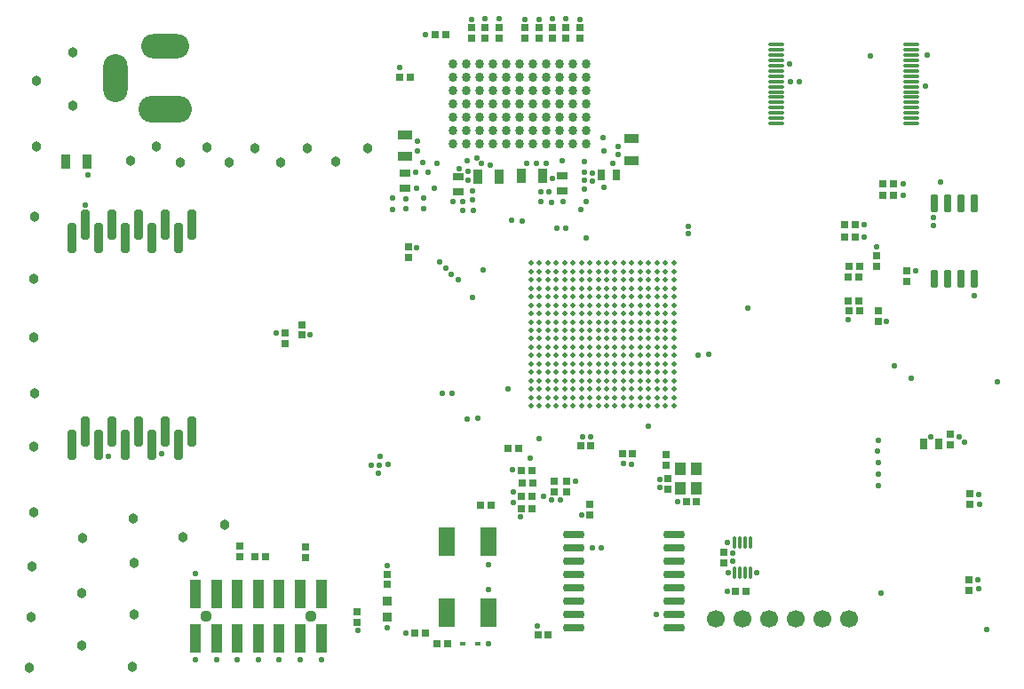
<source format=gts>
G04*
G04 #@! TF.GenerationSoftware,Altium Limited,Altium Designer,20.1.11 (218)*
G04*
G04 Layer_Color=8388736*
%FSLAX25Y25*%
%MOIN*%
G70*
G04*
G04 #@! TF.SameCoordinates,731B5D3F-845C-401C-AC73-029E605C2F8B*
G04*
G04*
G04 #@! TF.FilePolarity,Negative*
G04*
G01*
G75*
%ADD43R,0.03056X0.02662*%
%ADD44R,0.02762X0.03156*%
%ADD45R,0.02662X0.02662*%
%ADD46R,0.02662X0.02662*%
G04:AMPARAMS|DCode=47|XSize=66.39mil|YSize=27.02mil|CornerRadius=4.5mil|HoleSize=0mil|Usage=FLASHONLY|Rotation=90.000|XOffset=0mil|YOffset=0mil|HoleType=Round|Shape=RoundedRectangle|*
%AMROUNDEDRECTD47*
21,1,0.06639,0.01801,0,0,90.0*
21,1,0.05738,0.02702,0,0,90.0*
1,1,0.00900,0.00901,0.02869*
1,1,0.00900,0.00901,-0.02869*
1,1,0.00900,-0.00901,-0.02869*
1,1,0.00900,-0.00901,0.02869*
%
%ADD47ROUNDEDRECTD47*%
G04:AMPARAMS|DCode=48|XSize=45mil|YSize=13mil|CornerRadius=4mil|HoleSize=0mil|Usage=FLASHONLY|Rotation=90.000|XOffset=0mil|YOffset=0mil|HoleType=Round|Shape=RoundedRectangle|*
%AMROUNDEDRECTD48*
21,1,0.04500,0.00500,0,0,90.0*
21,1,0.03700,0.01300,0,0,90.0*
1,1,0.00800,0.00250,0.01850*
1,1,0.00800,0.00250,-0.01850*
1,1,0.00800,-0.00250,-0.01850*
1,1,0.00800,-0.00250,0.01850*
%
%ADD48ROUNDEDRECTD48*%
%ADD49R,0.02762X0.02762*%
%ADD50R,0.02662X0.03056*%
G04:AMPARAMS|DCode=51|XSize=26.62mil|YSize=77.8mil|CornerRadius=7.41mil|HoleSize=0mil|Usage=FLASHONLY|Rotation=90.000|XOffset=0mil|YOffset=0mil|HoleType=Round|Shape=RoundedRectangle|*
%AMROUNDEDRECTD51*
21,1,0.02662,0.06299,0,0,90.0*
21,1,0.01181,0.07780,0,0,90.0*
1,1,0.01481,0.03150,0.00591*
1,1,0.01481,0.03150,-0.00591*
1,1,0.01481,-0.03150,-0.00591*
1,1,0.01481,-0.03150,0.00591*
%
%ADD51ROUNDEDRECTD51*%
%ADD52R,0.02465X0.01481*%
%ADD53R,0.03450X0.03450*%
%ADD54R,0.05812X0.03450*%
%ADD55R,0.02859X0.03843*%
%ADD56R,0.03843X0.02859*%
G04:AMPARAMS|DCode=57|XSize=59mil|YSize=12mil|CornerRadius=3.75mil|HoleSize=0mil|Usage=FLASHONLY|Rotation=0.000|XOffset=0mil|YOffset=0mil|HoleType=Round|Shape=RoundedRectangle|*
%AMROUNDEDRECTD57*
21,1,0.05900,0.00450,0,0,0.0*
21,1,0.05150,0.01200,0,0,0.0*
1,1,0.00750,0.02575,-0.00225*
1,1,0.00750,-0.02575,-0.00225*
1,1,0.00750,-0.02575,0.00225*
1,1,0.00750,0.02575,0.00225*
%
%ADD57ROUNDEDRECTD57*%
%ADD58C,0.01914*%
%ADD59R,0.04237X0.04631*%
%ADD60R,0.06009X0.11127*%
%ADD61R,0.04237X0.11127*%
G04:AMPARAMS|DCode=62|XSize=111mil|YSize=32mil|CornerRadius=8.75mil|HoleSize=0mil|Usage=FLASHONLY|Rotation=90.000|XOffset=0mil|YOffset=0mil|HoleType=Round|Shape=RoundedRectangle|*
%AMROUNDEDRECTD62*
21,1,0.11100,0.01450,0,0,90.0*
21,1,0.09350,0.03200,0,0,90.0*
1,1,0.01750,0.00725,0.04675*
1,1,0.01750,0.00725,-0.04675*
1,1,0.01750,-0.00725,-0.04675*
1,1,0.01750,-0.00725,0.04675*
%
%ADD62ROUNDEDRECTD62*%
%ADD63R,0.03450X0.05812*%
%ADD64C,0.03400*%
%ADD65C,0.06678*%
%ADD66O,0.09158X0.18017*%
%ADD67O,0.18017X0.09158*%
%ADD68O,0.19985X0.10143*%
%ADD69C,0.04434*%
%ADD70C,0.03800*%
%ADD71C,0.02100*%
D43*
X542916Y214201D02*
D03*
Y218138D02*
D03*
X542585Y186027D02*
D03*
Y182090D02*
D03*
X450541Y192365D02*
D03*
Y196302D02*
D03*
X429623Y220091D02*
D03*
Y224028D02*
D03*
X396526Y389228D02*
D03*
Y393164D02*
D03*
X375938Y389353D02*
D03*
Y393290D02*
D03*
X360928Y389360D02*
D03*
Y393297D02*
D03*
X535559Y236732D02*
D03*
Y240669D02*
D03*
D44*
X396731Y236418D02*
D03*
X400668D02*
D03*
D45*
X436374Y215307D02*
D03*
X440311D02*
D03*
X514119Y334604D02*
D03*
X510182D02*
D03*
X510079Y330114D02*
D03*
X514016D02*
D03*
X495821Y319407D02*
D03*
X499758D02*
D03*
X499832Y314536D02*
D03*
X495895D02*
D03*
X501520Y303741D02*
D03*
X497583D02*
D03*
X501242Y299443D02*
D03*
X497305D02*
D03*
X501223Y290731D02*
D03*
X497286D02*
D03*
X501432Y286900D02*
D03*
X497495D02*
D03*
X373363Y235106D02*
D03*
X369426D02*
D03*
X359261Y214093D02*
D03*
X363198D02*
D03*
X374570Y227022D02*
D03*
X378507D02*
D03*
X374740Y222282D02*
D03*
X378677D02*
D03*
X378520Y217400D02*
D03*
X374583D02*
D03*
Y212584D02*
D03*
X378520D02*
D03*
X380695Y165387D02*
D03*
X384631D02*
D03*
X334470Y165866D02*
D03*
X338407D02*
D03*
X278397Y194543D02*
D03*
X274460D02*
D03*
X346106Y390493D02*
D03*
X342169D02*
D03*
D46*
X519065Y301851D02*
D03*
Y297914D02*
D03*
X507967Y307669D02*
D03*
Y303732D02*
D03*
X508398Y282937D02*
D03*
Y286874D02*
D03*
X400192Y210381D02*
D03*
Y214318D02*
D03*
X391520Y218875D02*
D03*
Y222812D02*
D03*
X386949D02*
D03*
Y218875D02*
D03*
X324099Y188054D02*
D03*
Y184116D02*
D03*
X312987Y170076D02*
D03*
Y174013D02*
D03*
X268728Y198456D02*
D03*
Y194519D02*
D03*
X391049Y389354D02*
D03*
Y393291D02*
D03*
X386011Y389265D02*
D03*
Y393202D02*
D03*
X381101Y389353D02*
D03*
Y393290D02*
D03*
X366098Y389299D02*
D03*
Y393236D02*
D03*
X355931Y389313D02*
D03*
Y393250D02*
D03*
X293517Y198112D02*
D03*
Y194175D02*
D03*
X428982Y232834D02*
D03*
Y228897D02*
D03*
X332191Y310768D02*
D03*
Y306831D02*
D03*
X285802Y278652D02*
D03*
Y274715D02*
D03*
X292089Y281711D02*
D03*
Y277774D02*
D03*
D47*
X529411Y298879D02*
D03*
X534411D02*
D03*
X539411D02*
D03*
X544411D02*
D03*
Y327265D02*
D03*
X539411D02*
D03*
X534411D02*
D03*
X529411D02*
D03*
D48*
X454386Y188727D02*
D03*
X456386D02*
D03*
X458386D02*
D03*
X460386D02*
D03*
Y199927D02*
D03*
X458386D02*
D03*
X456386D02*
D03*
X454386D02*
D03*
D49*
X458806Y181477D02*
D03*
X454869D02*
D03*
D50*
X416318Y233212D02*
D03*
X412381D02*
D03*
X342898Y161876D02*
D03*
X346835D02*
D03*
X332773Y374682D02*
D03*
X328836D02*
D03*
D51*
X431697Y167777D02*
D03*
Y172777D02*
D03*
Y177777D02*
D03*
Y182777D02*
D03*
Y187777D02*
D03*
Y192777D02*
D03*
Y197777D02*
D03*
Y202777D02*
D03*
X394295Y167777D02*
D03*
Y172777D02*
D03*
Y177777D02*
D03*
Y182777D02*
D03*
Y187777D02*
D03*
Y192777D02*
D03*
Y197777D02*
D03*
Y202777D02*
D03*
D52*
X352555Y161966D02*
D03*
X358067D02*
D03*
D53*
X324242Y177977D02*
D03*
Y172072D02*
D03*
D54*
X415751Y343325D02*
D03*
Y351593D02*
D03*
X330782Y344787D02*
D03*
Y353055D02*
D03*
D55*
X404488Y337821D02*
D03*
X410197D02*
D03*
X531217Y236830D02*
D03*
X525508D02*
D03*
D56*
X389825Y331829D02*
D03*
Y337538D02*
D03*
X350767Y331710D02*
D03*
Y337419D02*
D03*
X330754Y332994D02*
D03*
Y338703D02*
D03*
D57*
X520907Y386889D02*
D03*
Y384889D02*
D03*
Y382889D02*
D03*
Y380989D02*
D03*
Y378989D02*
D03*
Y376989D02*
D03*
Y375089D02*
D03*
Y373089D02*
D03*
Y371089D02*
D03*
Y369089D02*
D03*
Y367189D02*
D03*
Y365189D02*
D03*
Y363189D02*
D03*
Y361289D02*
D03*
Y359289D02*
D03*
Y357289D02*
D03*
X470107D02*
D03*
Y359289D02*
D03*
Y361289D02*
D03*
Y363189D02*
D03*
Y365189D02*
D03*
Y367189D02*
D03*
Y369089D02*
D03*
Y371089D02*
D03*
Y373089D02*
D03*
Y375089D02*
D03*
Y376989D02*
D03*
Y378989D02*
D03*
Y380989D02*
D03*
Y382889D02*
D03*
Y384889D02*
D03*
Y386889D02*
D03*
D58*
X378151Y304795D02*
D03*
X381301D02*
D03*
X384451D02*
D03*
X387600D02*
D03*
X390750D02*
D03*
X393899D02*
D03*
X397049D02*
D03*
X400199D02*
D03*
X403348D02*
D03*
X406498D02*
D03*
X409647D02*
D03*
X412797D02*
D03*
X415946D02*
D03*
X419096D02*
D03*
X422246D02*
D03*
X425395D02*
D03*
X428545D02*
D03*
X431695D02*
D03*
X378151Y301645D02*
D03*
X381301D02*
D03*
X384451D02*
D03*
X387600D02*
D03*
X390750D02*
D03*
X393899D02*
D03*
X397049D02*
D03*
X400199D02*
D03*
X403348D02*
D03*
X406498D02*
D03*
X409647D02*
D03*
X412797D02*
D03*
X415946D02*
D03*
X419096D02*
D03*
X422246D02*
D03*
X425395D02*
D03*
X428545D02*
D03*
X431695D02*
D03*
X378151Y298496D02*
D03*
X381301D02*
D03*
X384451D02*
D03*
X387600D02*
D03*
X390750D02*
D03*
X393899D02*
D03*
X397049D02*
D03*
X400199D02*
D03*
X403348D02*
D03*
X406498D02*
D03*
X409647D02*
D03*
X412797D02*
D03*
X415946D02*
D03*
X419096D02*
D03*
X422246D02*
D03*
X425395D02*
D03*
X428545D02*
D03*
X431695D02*
D03*
X378151Y295346D02*
D03*
X381301D02*
D03*
X384451D02*
D03*
X387600D02*
D03*
X390750D02*
D03*
X393899D02*
D03*
X397049D02*
D03*
X400199D02*
D03*
X403348D02*
D03*
X406498D02*
D03*
X409647D02*
D03*
X412797D02*
D03*
X415946D02*
D03*
X419096D02*
D03*
X422246D02*
D03*
X425395D02*
D03*
X428545D02*
D03*
X431695D02*
D03*
X378151Y292197D02*
D03*
X381301D02*
D03*
X384451D02*
D03*
X387600D02*
D03*
X390750D02*
D03*
X393899D02*
D03*
X397049D02*
D03*
X400199D02*
D03*
X403348D02*
D03*
X406498D02*
D03*
X409647D02*
D03*
X412797D02*
D03*
X415946D02*
D03*
X419096D02*
D03*
X422246D02*
D03*
X425395D02*
D03*
X428545D02*
D03*
X431695D02*
D03*
X378151Y289047D02*
D03*
X381301D02*
D03*
X384451D02*
D03*
X387600D02*
D03*
X390750D02*
D03*
X393899D02*
D03*
X397049D02*
D03*
X400199D02*
D03*
X403348D02*
D03*
X406498D02*
D03*
X409647D02*
D03*
X412797D02*
D03*
X415946D02*
D03*
X419096D02*
D03*
X422246D02*
D03*
X425395D02*
D03*
X428545D02*
D03*
X431695D02*
D03*
X378151Y285897D02*
D03*
X381301D02*
D03*
X384451D02*
D03*
X387600D02*
D03*
X390750D02*
D03*
X393899D02*
D03*
X397049D02*
D03*
X400199D02*
D03*
X403348D02*
D03*
X406498D02*
D03*
X409647D02*
D03*
X412797D02*
D03*
X415946D02*
D03*
X419096D02*
D03*
X422246D02*
D03*
X425395D02*
D03*
X428545D02*
D03*
X431695D02*
D03*
X378151Y282748D02*
D03*
X381301D02*
D03*
X384451D02*
D03*
X387600D02*
D03*
X390750D02*
D03*
X393899D02*
D03*
X397049D02*
D03*
X400199D02*
D03*
X403348D02*
D03*
X406498D02*
D03*
X409647D02*
D03*
X412797D02*
D03*
X415946D02*
D03*
X419096D02*
D03*
X422246D02*
D03*
X425395D02*
D03*
X428545D02*
D03*
X431695D02*
D03*
X378151Y279598D02*
D03*
X381301D02*
D03*
X384451D02*
D03*
X387600D02*
D03*
X390750D02*
D03*
X393899D02*
D03*
X397049D02*
D03*
X400199D02*
D03*
X403348D02*
D03*
X406498D02*
D03*
X409647D02*
D03*
X412797D02*
D03*
X415946D02*
D03*
X419096D02*
D03*
X422246D02*
D03*
X425395D02*
D03*
X428545D02*
D03*
X431695D02*
D03*
X378151Y276449D02*
D03*
X381301D02*
D03*
X384451D02*
D03*
X387600D02*
D03*
X390750D02*
D03*
X393899D02*
D03*
X397049D02*
D03*
X400199D02*
D03*
X403348D02*
D03*
X406498D02*
D03*
X409647D02*
D03*
X412797D02*
D03*
X415946D02*
D03*
X419096D02*
D03*
X422246D02*
D03*
X425395D02*
D03*
X428545D02*
D03*
X431695D02*
D03*
X378151Y273299D02*
D03*
X381301D02*
D03*
X384451D02*
D03*
X387600D02*
D03*
X390750D02*
D03*
X393899D02*
D03*
X397049D02*
D03*
X400199D02*
D03*
X403348D02*
D03*
X406498D02*
D03*
X409647D02*
D03*
X412797D02*
D03*
X415946D02*
D03*
X419096D02*
D03*
X422246D02*
D03*
X425395D02*
D03*
X428545D02*
D03*
X431695D02*
D03*
X378151Y270149D02*
D03*
X381301D02*
D03*
X384451D02*
D03*
X387600D02*
D03*
X390750D02*
D03*
X393899D02*
D03*
X397049D02*
D03*
X400199D02*
D03*
X403348D02*
D03*
X406498D02*
D03*
X409647D02*
D03*
X412797D02*
D03*
X415946D02*
D03*
X419096D02*
D03*
X422246D02*
D03*
X425395D02*
D03*
X428545D02*
D03*
X431695D02*
D03*
X378151Y267000D02*
D03*
X381301D02*
D03*
X384451D02*
D03*
X387600D02*
D03*
X390750D02*
D03*
X393899D02*
D03*
X397049D02*
D03*
X400199D02*
D03*
X403348D02*
D03*
X406498D02*
D03*
X409647D02*
D03*
X412797D02*
D03*
X415946D02*
D03*
X419096D02*
D03*
X422246D02*
D03*
X425395D02*
D03*
X428545D02*
D03*
X431695D02*
D03*
X378151Y263850D02*
D03*
X381301D02*
D03*
X384451D02*
D03*
X387600D02*
D03*
X390750D02*
D03*
X393899D02*
D03*
X397049D02*
D03*
X400199D02*
D03*
X403348D02*
D03*
X406498D02*
D03*
X409647D02*
D03*
X412797D02*
D03*
X415946D02*
D03*
X419096D02*
D03*
X422246D02*
D03*
X425395D02*
D03*
X428545D02*
D03*
X431695D02*
D03*
X378151Y260701D02*
D03*
X381301D02*
D03*
X384451D02*
D03*
X387600D02*
D03*
X390750D02*
D03*
X393899D02*
D03*
X397049D02*
D03*
X400199D02*
D03*
X403348D02*
D03*
X406498D02*
D03*
X409647D02*
D03*
X412797D02*
D03*
X415946D02*
D03*
X419096D02*
D03*
X422246D02*
D03*
X425395D02*
D03*
X428545D02*
D03*
X431695D02*
D03*
X378151Y257551D02*
D03*
X381301D02*
D03*
X384451D02*
D03*
X387600D02*
D03*
X390750D02*
D03*
X393899D02*
D03*
X397049D02*
D03*
X400199D02*
D03*
X403348D02*
D03*
X406498D02*
D03*
X409647D02*
D03*
X412797D02*
D03*
X415946D02*
D03*
X419096D02*
D03*
X422246D02*
D03*
X425395D02*
D03*
X428545D02*
D03*
X431695D02*
D03*
X378151Y254401D02*
D03*
X381301D02*
D03*
X384451D02*
D03*
X387600D02*
D03*
X390750D02*
D03*
X393899D02*
D03*
X397049D02*
D03*
X400199D02*
D03*
X403348D02*
D03*
X406498D02*
D03*
X409647D02*
D03*
X412797D02*
D03*
X415946D02*
D03*
X419096D02*
D03*
X422246D02*
D03*
X425395D02*
D03*
X428545D02*
D03*
X431695D02*
D03*
X378151Y251252D02*
D03*
X381301D02*
D03*
X384451D02*
D03*
X387600D02*
D03*
X390750D02*
D03*
X393899D02*
D03*
X397049D02*
D03*
X400199D02*
D03*
X403348D02*
D03*
X406498D02*
D03*
X409647D02*
D03*
X412797D02*
D03*
X415946D02*
D03*
X419096D02*
D03*
X422246D02*
D03*
X425395D02*
D03*
X428545D02*
D03*
X431695D02*
D03*
D59*
X434183Y220121D02*
D03*
Y227601D02*
D03*
X440089Y220121D02*
D03*
Y227601D02*
D03*
D60*
X362091Y173644D02*
D03*
X346540D02*
D03*
X362091Y200219D02*
D03*
X346540D02*
D03*
D61*
X299405Y180678D02*
D03*
Y163907D02*
D03*
X291531Y180678D02*
D03*
Y163907D02*
D03*
X283657Y180678D02*
D03*
Y163907D02*
D03*
X275783Y180678D02*
D03*
Y163907D02*
D03*
X267909Y180678D02*
D03*
Y163907D02*
D03*
X260035Y180678D02*
D03*
Y163907D02*
D03*
X252161Y180678D02*
D03*
Y163907D02*
D03*
D62*
X250678Y319125D02*
D03*
X245678Y314325D02*
D03*
X240678Y319125D02*
D03*
X235678Y314325D02*
D03*
X230678Y319125D02*
D03*
X225678Y314325D02*
D03*
X220678Y319125D02*
D03*
X215678Y314325D02*
D03*
X210678Y319125D02*
D03*
X205678Y314325D02*
D03*
X250678Y241510D02*
D03*
X245678Y236710D02*
D03*
X240678Y241510D02*
D03*
X235678Y236710D02*
D03*
X230678Y241510D02*
D03*
X225678Y236710D02*
D03*
X220678Y241510D02*
D03*
X215678Y236710D02*
D03*
X210678Y241510D02*
D03*
X205678Y236710D02*
D03*
D63*
X382635Y337568D02*
D03*
X374368D02*
D03*
X358038Y337255D02*
D03*
X366305D02*
D03*
X203370Y343051D02*
D03*
X211638D02*
D03*
D64*
X348716Y349621D02*
D03*
Y354621D02*
D03*
Y359621D02*
D03*
Y364621D02*
D03*
Y369621D02*
D03*
Y374621D02*
D03*
Y379621D02*
D03*
X353716Y349621D02*
D03*
Y354621D02*
D03*
Y359621D02*
D03*
Y364621D02*
D03*
Y369621D02*
D03*
Y374621D02*
D03*
Y379621D02*
D03*
X358716Y349621D02*
D03*
Y354621D02*
D03*
Y359621D02*
D03*
Y364621D02*
D03*
Y369621D02*
D03*
Y374621D02*
D03*
Y379621D02*
D03*
X363716Y349621D02*
D03*
Y354621D02*
D03*
Y359621D02*
D03*
Y364621D02*
D03*
Y369621D02*
D03*
Y374621D02*
D03*
Y379621D02*
D03*
X368716Y349621D02*
D03*
Y354621D02*
D03*
Y359621D02*
D03*
Y364621D02*
D03*
Y369621D02*
D03*
Y374621D02*
D03*
Y379621D02*
D03*
X373716Y349621D02*
D03*
Y354621D02*
D03*
Y359621D02*
D03*
Y364621D02*
D03*
Y369621D02*
D03*
Y374621D02*
D03*
Y379621D02*
D03*
X378716Y349621D02*
D03*
Y354621D02*
D03*
Y359621D02*
D03*
Y364621D02*
D03*
Y369621D02*
D03*
Y374621D02*
D03*
Y379621D02*
D03*
X383716Y349621D02*
D03*
Y354621D02*
D03*
Y359621D02*
D03*
Y364621D02*
D03*
Y369621D02*
D03*
Y374621D02*
D03*
Y379621D02*
D03*
X388716Y349621D02*
D03*
Y354621D02*
D03*
Y359621D02*
D03*
Y364621D02*
D03*
Y369621D02*
D03*
Y374621D02*
D03*
Y379621D02*
D03*
X393716Y349621D02*
D03*
Y354621D02*
D03*
Y359621D02*
D03*
Y364621D02*
D03*
Y369621D02*
D03*
Y374621D02*
D03*
Y379621D02*
D03*
X398716Y349621D02*
D03*
Y354621D02*
D03*
Y359621D02*
D03*
Y364621D02*
D03*
Y369621D02*
D03*
Y379621D02*
D03*
Y374621D02*
D03*
D65*
X447562Y171295D02*
D03*
X457562D02*
D03*
X467562D02*
D03*
X477562D02*
D03*
X487562D02*
D03*
X497562D02*
D03*
D66*
X222279Y374342D02*
D03*
D67*
X240783Y386153D02*
D03*
D68*
Y362530D02*
D03*
D69*
X295468Y172293D02*
D03*
X256098D02*
D03*
D70*
X263155Y206584D02*
D03*
X247344Y201862D02*
D03*
X228454Y153404D02*
D03*
X229276Y172910D02*
D03*
Y192416D02*
D03*
X228865Y209048D02*
D03*
X209975Y201656D02*
D03*
X209359Y180918D02*
D03*
Y161207D02*
D03*
X189894Y152994D02*
D03*
X190510Y172089D02*
D03*
X190716Y190979D02*
D03*
X191537Y211307D02*
D03*
Y235946D02*
D03*
X191742Y255862D02*
D03*
X191537Y277011D02*
D03*
Y298981D02*
D03*
X191742Y322388D02*
D03*
X192358Y348464D02*
D03*
Y373104D02*
D03*
X206279Y364069D02*
D03*
Y383986D02*
D03*
X316950Y348054D02*
D03*
X294159Y347849D02*
D03*
X274653Y348054D02*
D03*
X256584Y348259D02*
D03*
X237489Y348670D02*
D03*
X227838Y343126D02*
D03*
X246523Y342715D02*
D03*
X265002Y342510D02*
D03*
X284098D02*
D03*
X304899Y342855D02*
D03*
D71*
X462903Y188582D02*
D03*
X507935Y310768D02*
D03*
X397159Y210425D02*
D03*
X453731Y193092D02*
D03*
X453754Y195852D02*
D03*
X398856Y327916D02*
D03*
X359577Y342138D02*
D03*
X397350Y239613D02*
D03*
X400667Y239632D02*
D03*
X391120Y317970D02*
D03*
X387868Y317931D02*
D03*
X528291Y239478D02*
D03*
X526315Y371164D02*
D03*
X514365Y266219D02*
D03*
X371164Y227130D02*
D03*
X385674Y215798D02*
D03*
X389137Y216065D02*
D03*
X415794Y229158D02*
D03*
X412679Y229664D02*
D03*
X401271Y335744D02*
D03*
X398247Y335788D02*
D03*
X401293Y338723D02*
D03*
X398203Y338811D02*
D03*
X405503Y333395D02*
D03*
X497210Y283620D02*
D03*
X475106Y379752D02*
D03*
X531923Y335125D02*
D03*
X356107Y291787D02*
D03*
X360081Y302226D02*
D03*
X451804Y199826D02*
D03*
X354266Y246368D02*
D03*
X358281Y246675D02*
D03*
X348411Y256070D02*
D03*
X344816D02*
D03*
X366129Y396493D02*
D03*
X360857Y396482D02*
D03*
X355940Y396409D02*
D03*
X338455Y390523D02*
D03*
X328740Y378137D02*
D03*
X375924Y396304D02*
D03*
X381127Y396421D02*
D03*
X386097Y396450D02*
D03*
X396474Y396392D02*
D03*
X391066Y396480D02*
D03*
X390066Y327833D02*
D03*
X398025Y332561D02*
D03*
X385995Y327702D02*
D03*
X381897Y327833D02*
D03*
X381792Y331589D02*
D03*
X384865Y331642D02*
D03*
X396945Y325000D02*
D03*
X370727Y320808D02*
D03*
X374751Y320718D02*
D03*
X526680Y382825D02*
D03*
X505459Y382737D02*
D03*
X517807Y330171D02*
D03*
X517699Y334587D02*
D03*
X544426Y292758D02*
D03*
X522347Y301832D02*
D03*
X503246Y314631D02*
D03*
X503161Y319372D02*
D03*
X444713Y270733D02*
D03*
X511560Y282846D02*
D03*
X549252Y167330D02*
D03*
X553166Y260427D02*
D03*
X540762Y237654D02*
D03*
X538837Y239527D02*
D03*
X546362Y214171D02*
D03*
X546215Y182536D02*
D03*
X545995Y185943D02*
D03*
X451925Y181648D02*
D03*
X452221Y188634D02*
D03*
X425155Y172823D02*
D03*
X380663Y168471D02*
D03*
X313043Y167072D02*
D03*
X299405Y155940D02*
D03*
X291531D02*
D03*
X283657D02*
D03*
X275783D02*
D03*
X267909D02*
D03*
X260035D02*
D03*
X252155Y155934D02*
D03*
X252070Y188208D02*
D03*
X239387Y233112D02*
D03*
X219567Y232430D02*
D03*
X326114Y325085D02*
D03*
X326169Y329142D02*
D03*
X331172Y329087D02*
D03*
X331117Y325251D02*
D03*
X337953Y325196D02*
D03*
Y329253D02*
D03*
X341678Y332866D02*
D03*
X335008Y332811D02*
D03*
X335072Y310666D02*
D03*
X295070Y277793D02*
D03*
X282569Y278691D02*
D03*
X211758Y338053D02*
D03*
X210723Y326706D02*
D03*
X377751Y231534D02*
D03*
X318019Y228979D02*
D03*
X320851Y225852D02*
D03*
X324408Y229102D02*
D03*
X321624Y232400D02*
D03*
X398742Y314204D02*
D03*
X343800Y305100D02*
D03*
X350727Y298432D02*
D03*
X348267Y300763D02*
D03*
X321252Y228859D02*
D03*
X346179Y302870D02*
D03*
X546268Y218010D02*
D03*
X520913Y261700D02*
D03*
X459468Y288091D02*
D03*
X356356Y324647D02*
D03*
X352468Y324517D02*
D03*
X348875Y328012D02*
D03*
X352534Y327979D02*
D03*
X356225Y328600D02*
D03*
X356029Y331900D02*
D03*
X398230Y343081D02*
D03*
X389939Y343198D02*
D03*
X408739Y342225D02*
D03*
X405391Y347090D02*
D03*
X405313Y351878D02*
D03*
X410996Y345728D02*
D03*
X410918Y348686D02*
D03*
X386083Y336697D02*
D03*
X383916Y342148D02*
D03*
X354458Y335794D02*
D03*
Y339333D02*
D03*
X357866Y344248D02*
D03*
X354130Y343134D02*
D03*
X337484Y342522D02*
D03*
X342723Y342164D02*
D03*
X339371Y338878D02*
D03*
X376607Y342341D02*
D03*
X380257D02*
D03*
X334765Y338955D02*
D03*
X335611Y350593D02*
D03*
X335452Y346996D02*
D03*
X362989Y341703D02*
D03*
X351127Y340371D02*
D03*
X324104Y191140D02*
D03*
X324298Y168043D02*
D03*
X331028Y165903D02*
D03*
X362268Y161906D02*
D03*
X362010Y182146D02*
D03*
X362051Y191687D02*
D03*
X371450Y218921D02*
D03*
X371585Y215056D02*
D03*
X374213Y209509D02*
D03*
X381274Y238821D02*
D03*
X382681Y217414D02*
D03*
X394861Y222913D02*
D03*
X433182Y215266D02*
D03*
X509338Y180902D02*
D03*
X508474Y221409D02*
D03*
X508419Y225666D02*
D03*
X508386Y229795D02*
D03*
X508315Y234142D02*
D03*
X508362Y238330D02*
D03*
X369518Y257568D02*
D03*
X437309Y315804D02*
D03*
X437019Y318748D02*
D03*
X440714Y270257D02*
D03*
X422077Y243687D02*
D03*
X529241Y318824D02*
D03*
X529322Y321941D02*
D03*
X426364Y223468D02*
D03*
Y220643D02*
D03*
X404410Y197834D02*
D03*
X401228Y197831D02*
D03*
X478883Y372990D02*
D03*
X475634Y373091D02*
D03*
M02*

</source>
